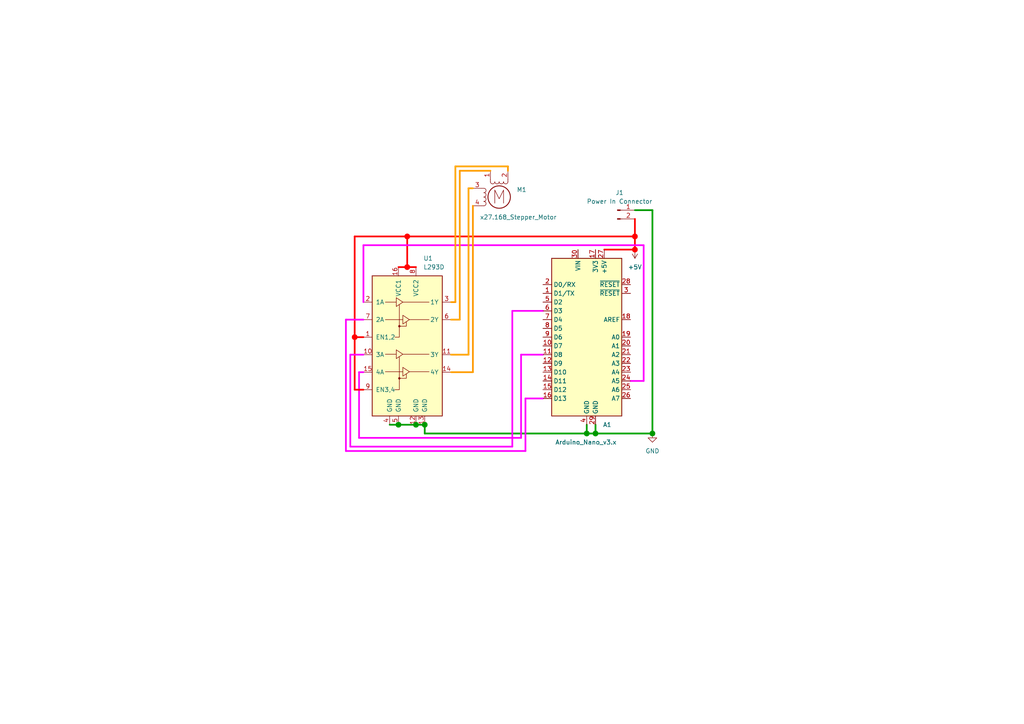
<source format=kicad_sch>
(kicad_sch
	(version 20250114)
	(generator "eeschema")
	(generator_version "9.0")
	(uuid "28ff95e6-756f-4944-821b-905f05b4c595")
	(paper "A4")
	(lib_symbols
		(symbol "Connector:Conn_01x02_Pin"
			(pin_names
				(offset 1.016)
				(hide yes)
			)
			(exclude_from_sim no)
			(in_bom yes)
			(on_board yes)
			(property "Reference" "J"
				(at 0 2.54 0)
				(effects
					(font
						(size 1.27 1.27)
					)
				)
			)
			(property "Value" "Conn_01x02_Pin"
				(at 0 -5.08 0)
				(effects
					(font
						(size 1.27 1.27)
					)
				)
			)
			(property "Footprint" ""
				(at 0 0 0)
				(effects
					(font
						(size 1.27 1.27)
					)
					(hide yes)
				)
			)
			(property "Datasheet" "~"
				(at 0 0 0)
				(effects
					(font
						(size 1.27 1.27)
					)
					(hide yes)
				)
			)
			(property "Description" "Generic connector, single row, 01x02, script generated"
				(at 0 0 0)
				(effects
					(font
						(size 1.27 1.27)
					)
					(hide yes)
				)
			)
			(property "ki_locked" ""
				(at 0 0 0)
				(effects
					(font
						(size 1.27 1.27)
					)
				)
			)
			(property "ki_keywords" "connector"
				(at 0 0 0)
				(effects
					(font
						(size 1.27 1.27)
					)
					(hide yes)
				)
			)
			(property "ki_fp_filters" "Connector*:*_1x??_*"
				(at 0 0 0)
				(effects
					(font
						(size 1.27 1.27)
					)
					(hide yes)
				)
			)
			(symbol "Conn_01x02_Pin_1_1"
				(rectangle
					(start 0.8636 0.127)
					(end 0 -0.127)
					(stroke
						(width 0.1524)
						(type default)
					)
					(fill
						(type outline)
					)
				)
				(rectangle
					(start 0.8636 -2.413)
					(end 0 -2.667)
					(stroke
						(width 0.1524)
						(type default)
					)
					(fill
						(type outline)
					)
				)
				(polyline
					(pts
						(xy 1.27 0) (xy 0.8636 0)
					)
					(stroke
						(width 0.1524)
						(type default)
					)
					(fill
						(type none)
					)
				)
				(polyline
					(pts
						(xy 1.27 -2.54) (xy 0.8636 -2.54)
					)
					(stroke
						(width 0.1524)
						(type default)
					)
					(fill
						(type none)
					)
				)
				(pin passive line
					(at 5.08 0 180)
					(length 3.81)
					(name "Pin_1"
						(effects
							(font
								(size 1.27 1.27)
							)
						)
					)
					(number "1"
						(effects
							(font
								(size 1.27 1.27)
							)
						)
					)
				)
				(pin passive line
					(at 5.08 -2.54 180)
					(length 3.81)
					(name "Pin_2"
						(effects
							(font
								(size 1.27 1.27)
							)
						)
					)
					(number "2"
						(effects
							(font
								(size 1.27 1.27)
							)
						)
					)
				)
			)
			(embedded_fonts no)
		)
		(symbol "Driver_Motor:L293D"
			(pin_names
				(offset 1.016)
			)
			(exclude_from_sim no)
			(in_bom yes)
			(on_board yes)
			(property "Reference" "U"
				(at -5.08 26.035 0)
				(effects
					(font
						(size 1.27 1.27)
					)
					(justify right)
				)
			)
			(property "Value" "L293D"
				(at -5.08 24.13 0)
				(effects
					(font
						(size 1.27 1.27)
					)
					(justify right)
				)
			)
			(property "Footprint" "Package_DIP:DIP-16_W7.62mm"
				(at 6.35 -19.05 0)
				(effects
					(font
						(size 1.27 1.27)
					)
					(justify left)
					(hide yes)
				)
			)
			(property "Datasheet" "http://www.ti.com/lit/ds/symlink/l293.pdf"
				(at -7.62 17.78 0)
				(effects
					(font
						(size 1.27 1.27)
					)
					(hide yes)
				)
			)
			(property "Description" "Quadruple Half-H Drivers"
				(at 0 0 0)
				(effects
					(font
						(size 1.27 1.27)
					)
					(hide yes)
				)
			)
			(property "ki_keywords" "Half-H Driver Motor"
				(at 0 0 0)
				(effects
					(font
						(size 1.27 1.27)
					)
					(hide yes)
				)
			)
			(property "ki_fp_filters" "DIP*W7.62mm*"
				(at 0 0 0)
				(effects
					(font
						(size 1.27 1.27)
					)
					(hide yes)
				)
			)
			(symbol "L293D_0_1"
				(rectangle
					(start -10.16 22.86)
					(end 10.16 -17.78)
					(stroke
						(width 0.254)
						(type default)
					)
					(fill
						(type background)
					)
				)
				(polyline
					(pts
						(xy -6.35 15.24) (xy -3.175 15.24)
					)
					(stroke
						(width 0)
						(type default)
					)
					(fill
						(type none)
					)
				)
				(polyline
					(pts
						(xy -6.35 10.16) (xy -1.27 10.16)
					)
					(stroke
						(width 0)
						(type default)
					)
					(fill
						(type none)
					)
				)
				(polyline
					(pts
						(xy -6.35 0.127) (xy -3.175 0.127)
					)
					(stroke
						(width 0)
						(type default)
					)
					(fill
						(type none)
					)
				)
				(polyline
					(pts
						(xy -6.35 -4.953) (xy -1.27 -4.953)
					)
					(stroke
						(width 0)
						(type default)
					)
					(fill
						(type none)
					)
				)
				(polyline
					(pts
						(xy -3.175 16.51) (xy -3.175 13.97) (xy -1.27 15.24) (xy -3.175 16.51)
					)
					(stroke
						(width 0)
						(type default)
					)
					(fill
						(type none)
					)
				)
				(polyline
					(pts
						(xy -3.175 1.397) (xy -3.175 -1.143) (xy -1.27 0.127) (xy -3.175 1.397)
					)
					(stroke
						(width 0)
						(type default)
					)
					(fill
						(type none)
					)
				)
				(polyline
					(pts
						(xy -2.286 14.478) (xy -2.286 5.08) (xy -3.556 5.08)
					)
					(stroke
						(width 0)
						(type default)
					)
					(fill
						(type none)
					)
				)
				(circle
					(center -2.286 8.255)
					(radius 0.254)
					(stroke
						(width 0)
						(type default)
					)
					(fill
						(type outline)
					)
				)
				(polyline
					(pts
						(xy -2.286 8.255) (xy -0.254 8.255) (xy -0.254 9.525)
					)
					(stroke
						(width 0)
						(type default)
					)
					(fill
						(type none)
					)
				)
				(polyline
					(pts
						(xy -2.286 -0.635) (xy -2.286 -10.16) (xy -3.556 -10.16)
					)
					(stroke
						(width 0)
						(type default)
					)
					(fill
						(type none)
					)
				)
				(circle
					(center -2.286 -6.858)
					(radius 0.254)
					(stroke
						(width 0)
						(type default)
					)
					(fill
						(type outline)
					)
				)
				(polyline
					(pts
						(xy -2.286 -6.858) (xy -0.254 -6.858) (xy -0.254 -5.588)
					)
					(stroke
						(width 0)
						(type default)
					)
					(fill
						(type none)
					)
				)
				(polyline
					(pts
						(xy -1.27 15.24) (xy 6.35 15.24)
					)
					(stroke
						(width 0)
						(type default)
					)
					(fill
						(type none)
					)
				)
				(polyline
					(pts
						(xy -1.27 11.43) (xy -1.27 8.89) (xy 0.635 10.16) (xy -1.27 11.43)
					)
					(stroke
						(width 0)
						(type default)
					)
					(fill
						(type none)
					)
				)
				(polyline
					(pts
						(xy -1.27 0.127) (xy 6.35 0.127)
					)
					(stroke
						(width 0)
						(type default)
					)
					(fill
						(type none)
					)
				)
				(polyline
					(pts
						(xy -1.27 -3.683) (xy -1.27 -6.223) (xy 0.635 -4.953) (xy -1.27 -3.683)
					)
					(stroke
						(width 0)
						(type default)
					)
					(fill
						(type none)
					)
				)
				(polyline
					(pts
						(xy 0.635 10.16) (xy 6.35 10.16)
					)
					(stroke
						(width 0)
						(type default)
					)
					(fill
						(type none)
					)
				)
				(polyline
					(pts
						(xy 0.635 -4.953) (xy 6.35 -4.953)
					)
					(stroke
						(width 0)
						(type default)
					)
					(fill
						(type none)
					)
				)
			)
			(symbol "L293D_1_1"
				(pin input line
					(at -12.7 15.24 0)
					(length 2.54)
					(name "1A"
						(effects
							(font
								(size 1.27 1.27)
							)
						)
					)
					(number "2"
						(effects
							(font
								(size 1.27 1.27)
							)
						)
					)
				)
				(pin input line
					(at -12.7 10.16 0)
					(length 2.54)
					(name "2A"
						(effects
							(font
								(size 1.27 1.27)
							)
						)
					)
					(number "7"
						(effects
							(font
								(size 1.27 1.27)
							)
						)
					)
				)
				(pin input line
					(at -12.7 5.08 0)
					(length 2.54)
					(name "EN1,2"
						(effects
							(font
								(size 1.27 1.27)
							)
						)
					)
					(number "1"
						(effects
							(font
								(size 1.27 1.27)
							)
						)
					)
				)
				(pin input line
					(at -12.7 0 0)
					(length 2.54)
					(name "3A"
						(effects
							(font
								(size 1.27 1.27)
							)
						)
					)
					(number "10"
						(effects
							(font
								(size 1.27 1.27)
							)
						)
					)
				)
				(pin input line
					(at -12.7 -5.08 0)
					(length 2.54)
					(name "4A"
						(effects
							(font
								(size 1.27 1.27)
							)
						)
					)
					(number "15"
						(effects
							(font
								(size 1.27 1.27)
							)
						)
					)
				)
				(pin input line
					(at -12.7 -10.16 0)
					(length 2.54)
					(name "EN3,4"
						(effects
							(font
								(size 1.27 1.27)
							)
						)
					)
					(number "9"
						(effects
							(font
								(size 1.27 1.27)
							)
						)
					)
				)
				(pin power_in line
					(at -5.08 -20.32 90)
					(length 2.54)
					(name "GND"
						(effects
							(font
								(size 1.27 1.27)
							)
						)
					)
					(number "4"
						(effects
							(font
								(size 1.27 1.27)
							)
						)
					)
				)
				(pin power_in line
					(at -2.54 25.4 270)
					(length 2.54)
					(name "VCC1"
						(effects
							(font
								(size 1.27 1.27)
							)
						)
					)
					(number "16"
						(effects
							(font
								(size 1.27 1.27)
							)
						)
					)
				)
				(pin power_in line
					(at -2.54 -20.32 90)
					(length 2.54)
					(name "GND"
						(effects
							(font
								(size 1.27 1.27)
							)
						)
					)
					(number "5"
						(effects
							(font
								(size 1.27 1.27)
							)
						)
					)
				)
				(pin power_in line
					(at 2.54 25.4 270)
					(length 2.54)
					(name "VCC2"
						(effects
							(font
								(size 1.27 1.27)
							)
						)
					)
					(number "8"
						(effects
							(font
								(size 1.27 1.27)
							)
						)
					)
				)
				(pin power_in line
					(at 2.54 -20.32 90)
					(length 2.54)
					(name "GND"
						(effects
							(font
								(size 1.27 1.27)
							)
						)
					)
					(number "12"
						(effects
							(font
								(size 1.27 1.27)
							)
						)
					)
				)
				(pin power_in line
					(at 5.08 -20.32 90)
					(length 2.54)
					(name "GND"
						(effects
							(font
								(size 1.27 1.27)
							)
						)
					)
					(number "13"
						(effects
							(font
								(size 1.27 1.27)
							)
						)
					)
				)
				(pin output line
					(at 12.7 15.24 180)
					(length 2.54)
					(name "1Y"
						(effects
							(font
								(size 1.27 1.27)
							)
						)
					)
					(number "3"
						(effects
							(font
								(size 1.27 1.27)
							)
						)
					)
				)
				(pin output line
					(at 12.7 10.16 180)
					(length 2.54)
					(name "2Y"
						(effects
							(font
								(size 1.27 1.27)
							)
						)
					)
					(number "6"
						(effects
							(font
								(size 1.27 1.27)
							)
						)
					)
				)
				(pin output line
					(at 12.7 0 180)
					(length 2.54)
					(name "3Y"
						(effects
							(font
								(size 1.27 1.27)
							)
						)
					)
					(number "11"
						(effects
							(font
								(size 1.27 1.27)
							)
						)
					)
				)
				(pin output line
					(at 12.7 -5.08 180)
					(length 2.54)
					(name "4Y"
						(effects
							(font
								(size 1.27 1.27)
							)
						)
					)
					(number "14"
						(effects
							(font
								(size 1.27 1.27)
							)
						)
					)
				)
			)
			(embedded_fonts no)
		)
		(symbol "MCU_Module:Arduino_Nano_v3.x"
			(exclude_from_sim no)
			(in_bom yes)
			(on_board yes)
			(property "Reference" "A"
				(at -10.16 23.495 0)
				(effects
					(font
						(size 1.27 1.27)
					)
					(justify left bottom)
				)
			)
			(property "Value" "Arduino_Nano_v3.x"
				(at 5.08 -24.13 0)
				(effects
					(font
						(size 1.27 1.27)
					)
					(justify left top)
				)
			)
			(property "Footprint" "Module:Arduino_Nano"
				(at 0 0 0)
				(effects
					(font
						(size 1.27 1.27)
						(italic yes)
					)
					(hide yes)
				)
			)
			(property "Datasheet" "http://www.mouser.com/pdfdocs/Gravitech_Arduino_Nano3_0.pdf"
				(at 0 0 0)
				(effects
					(font
						(size 1.27 1.27)
					)
					(hide yes)
				)
			)
			(property "Description" "Arduino Nano v3.x"
				(at 0 0 0)
				(effects
					(font
						(size 1.27 1.27)
					)
					(hide yes)
				)
			)
			(property "ki_keywords" "Arduino nano microcontroller module USB"
				(at 0 0 0)
				(effects
					(font
						(size 1.27 1.27)
					)
					(hide yes)
				)
			)
			(property "ki_fp_filters" "Arduino*Nano*"
				(at 0 0 0)
				(effects
					(font
						(size 1.27 1.27)
					)
					(hide yes)
				)
			)
			(symbol "Arduino_Nano_v3.x_0_1"
				(rectangle
					(start -10.16 22.86)
					(end 10.16 -22.86)
					(stroke
						(width 0.254)
						(type default)
					)
					(fill
						(type background)
					)
				)
			)
			(symbol "Arduino_Nano_v3.x_1_1"
				(pin bidirectional line
					(at -12.7 15.24 0)
					(length 2.54)
					(name "D0/RX"
						(effects
							(font
								(size 1.27 1.27)
							)
						)
					)
					(number "2"
						(effects
							(font
								(size 1.27 1.27)
							)
						)
					)
				)
				(pin bidirectional line
					(at -12.7 12.7 0)
					(length 2.54)
					(name "D1/TX"
						(effects
							(font
								(size 1.27 1.27)
							)
						)
					)
					(number "1"
						(effects
							(font
								(size 1.27 1.27)
							)
						)
					)
				)
				(pin bidirectional line
					(at -12.7 10.16 0)
					(length 2.54)
					(name "D2"
						(effects
							(font
								(size 1.27 1.27)
							)
						)
					)
					(number "5"
						(effects
							(font
								(size 1.27 1.27)
							)
						)
					)
				)
				(pin bidirectional line
					(at -12.7 7.62 0)
					(length 2.54)
					(name "D3"
						(effects
							(font
								(size 1.27 1.27)
							)
						)
					)
					(number "6"
						(effects
							(font
								(size 1.27 1.27)
							)
						)
					)
				)
				(pin bidirectional line
					(at -12.7 5.08 0)
					(length 2.54)
					(name "D4"
						(effects
							(font
								(size 1.27 1.27)
							)
						)
					)
					(number "7"
						(effects
							(font
								(size 1.27 1.27)
							)
						)
					)
				)
				(pin bidirectional line
					(at -12.7 2.54 0)
					(length 2.54)
					(name "D5"
						(effects
							(font
								(size 1.27 1.27)
							)
						)
					)
					(number "8"
						(effects
							(font
								(size 1.27 1.27)
							)
						)
					)
				)
				(pin bidirectional line
					(at -12.7 0 0)
					(length 2.54)
					(name "D6"
						(effects
							(font
								(size 1.27 1.27)
							)
						)
					)
					(number "9"
						(effects
							(font
								(size 1.27 1.27)
							)
						)
					)
				)
				(pin bidirectional line
					(at -12.7 -2.54 0)
					(length 2.54)
					(name "D7"
						(effects
							(font
								(size 1.27 1.27)
							)
						)
					)
					(number "10"
						(effects
							(font
								(size 1.27 1.27)
							)
						)
					)
				)
				(pin bidirectional line
					(at -12.7 -5.08 0)
					(length 2.54)
					(name "D8"
						(effects
							(font
								(size 1.27 1.27)
							)
						)
					)
					(number "11"
						(effects
							(font
								(size 1.27 1.27)
							)
						)
					)
				)
				(pin bidirectional line
					(at -12.7 -7.62 0)
					(length 2.54)
					(name "D9"
						(effects
							(font
								(size 1.27 1.27)
							)
						)
					)
					(number "12"
						(effects
							(font
								(size 1.27 1.27)
							)
						)
					)
				)
				(pin bidirectional line
					(at -12.7 -10.16 0)
					(length 2.54)
					(name "D10"
						(effects
							(font
								(size 1.27 1.27)
							)
						)
					)
					(number "13"
						(effects
							(font
								(size 1.27 1.27)
							)
						)
					)
				)
				(pin bidirectional line
					(at -12.7 -12.7 0)
					(length 2.54)
					(name "D11"
						(effects
							(font
								(size 1.27 1.27)
							)
						)
					)
					(number "14"
						(effects
							(font
								(size 1.27 1.27)
							)
						)
					)
				)
				(pin bidirectional line
					(at -12.7 -15.24 0)
					(length 2.54)
					(name "D12"
						(effects
							(font
								(size 1.27 1.27)
							)
						)
					)
					(number "15"
						(effects
							(font
								(size 1.27 1.27)
							)
						)
					)
				)
				(pin bidirectional line
					(at -12.7 -17.78 0)
					(length 2.54)
					(name "D13"
						(effects
							(font
								(size 1.27 1.27)
							)
						)
					)
					(number "16"
						(effects
							(font
								(size 1.27 1.27)
							)
						)
					)
				)
				(pin power_in line
					(at -2.54 25.4 270)
					(length 2.54)
					(name "VIN"
						(effects
							(font
								(size 1.27 1.27)
							)
						)
					)
					(number "30"
						(effects
							(font
								(size 1.27 1.27)
							)
						)
					)
				)
				(pin power_in line
					(at 0 -25.4 90)
					(length 2.54)
					(name "GND"
						(effects
							(font
								(size 1.27 1.27)
							)
						)
					)
					(number "4"
						(effects
							(font
								(size 1.27 1.27)
							)
						)
					)
				)
				(pin power_out line
					(at 2.54 25.4 270)
					(length 2.54)
					(name "3V3"
						(effects
							(font
								(size 1.27 1.27)
							)
						)
					)
					(number "17"
						(effects
							(font
								(size 1.27 1.27)
							)
						)
					)
				)
				(pin power_in line
					(at 2.54 -25.4 90)
					(length 2.54)
					(name "GND"
						(effects
							(font
								(size 1.27 1.27)
							)
						)
					)
					(number "29"
						(effects
							(font
								(size 1.27 1.27)
							)
						)
					)
				)
				(pin power_out line
					(at 5.08 25.4 270)
					(length 2.54)
					(name "+5V"
						(effects
							(font
								(size 1.27 1.27)
							)
						)
					)
					(number "27"
						(effects
							(font
								(size 1.27 1.27)
							)
						)
					)
				)
				(pin input line
					(at 12.7 15.24 180)
					(length 2.54)
					(name "~{RESET}"
						(effects
							(font
								(size 1.27 1.27)
							)
						)
					)
					(number "28"
						(effects
							(font
								(size 1.27 1.27)
							)
						)
					)
				)
				(pin input line
					(at 12.7 12.7 180)
					(length 2.54)
					(name "~{RESET}"
						(effects
							(font
								(size 1.27 1.27)
							)
						)
					)
					(number "3"
						(effects
							(font
								(size 1.27 1.27)
							)
						)
					)
				)
				(pin input line
					(at 12.7 5.08 180)
					(length 2.54)
					(name "AREF"
						(effects
							(font
								(size 1.27 1.27)
							)
						)
					)
					(number "18"
						(effects
							(font
								(size 1.27 1.27)
							)
						)
					)
				)
				(pin bidirectional line
					(at 12.7 0 180)
					(length 2.54)
					(name "A0"
						(effects
							(font
								(size 1.27 1.27)
							)
						)
					)
					(number "19"
						(effects
							(font
								(size 1.27 1.27)
							)
						)
					)
				)
				(pin bidirectional line
					(at 12.7 -2.54 180)
					(length 2.54)
					(name "A1"
						(effects
							(font
								(size 1.27 1.27)
							)
						)
					)
					(number "20"
						(effects
							(font
								(size 1.27 1.27)
							)
						)
					)
				)
				(pin bidirectional line
					(at 12.7 -5.08 180)
					(length 2.54)
					(name "A2"
						(effects
							(font
								(size 1.27 1.27)
							)
						)
					)
					(number "21"
						(effects
							(font
								(size 1.27 1.27)
							)
						)
					)
				)
				(pin bidirectional line
					(at 12.7 -7.62 180)
					(length 2.54)
					(name "A3"
						(effects
							(font
								(size 1.27 1.27)
							)
						)
					)
					(number "22"
						(effects
							(font
								(size 1.27 1.27)
							)
						)
					)
				)
				(pin bidirectional line
					(at 12.7 -10.16 180)
					(length 2.54)
					(name "A4"
						(effects
							(font
								(size 1.27 1.27)
							)
						)
					)
					(number "23"
						(effects
							(font
								(size 1.27 1.27)
							)
						)
					)
				)
				(pin bidirectional line
					(at 12.7 -12.7 180)
					(length 2.54)
					(name "A5"
						(effects
							(font
								(size 1.27 1.27)
							)
						)
					)
					(number "24"
						(effects
							(font
								(size 1.27 1.27)
							)
						)
					)
				)
				(pin bidirectional line
					(at 12.7 -15.24 180)
					(length 2.54)
					(name "A6"
						(effects
							(font
								(size 1.27 1.27)
							)
						)
					)
					(number "25"
						(effects
							(font
								(size 1.27 1.27)
							)
						)
					)
				)
				(pin bidirectional line
					(at 12.7 -17.78 180)
					(length 2.54)
					(name "A7"
						(effects
							(font
								(size 1.27 1.27)
							)
						)
					)
					(number "26"
						(effects
							(font
								(size 1.27 1.27)
							)
						)
					)
				)
			)
			(embedded_fonts no)
		)
		(symbol "Motor:Stepper_Motor_bipolar"
			(pin_names
				(offset 0)
				(hide yes)
			)
			(exclude_from_sim no)
			(in_bom yes)
			(on_board yes)
			(property "Reference" "M"
				(at 3.81 2.54 0)
				(effects
					(font
						(size 1.27 1.27)
					)
					(justify left)
				)
			)
			(property "Value" "Stepper_Motor_bipolar"
				(at 3.81 1.27 0)
				(effects
					(font
						(size 1.27 1.27)
					)
					(justify left top)
				)
			)
			(property "Footprint" ""
				(at 0.254 -0.254 0)
				(effects
					(font
						(size 1.27 1.27)
					)
					(hide yes)
				)
			)
			(property "Datasheet" "http://www.infineon.com/dgdl/Application-Note-TLE8110EE_driving_UniPolarStepperMotor_V1.1.pdf?fileId=db3a30431be39b97011be5d0aa0a00b0"
				(at 0.254 -0.254 0)
				(effects
					(font
						(size 1.27 1.27)
					)
					(hide yes)
				)
			)
			(property "Description" "4-wire bipolar stepper motor"
				(at 0 0 0)
				(effects
					(font
						(size 1.27 1.27)
					)
					(hide yes)
				)
			)
			(property "ki_keywords" "bipolar stepper motor"
				(at 0 0 0)
				(effects
					(font
						(size 1.27 1.27)
					)
					(hide yes)
				)
			)
			(property "ki_fp_filters" "PinHeader*P2.54mm*Vertical* TerminalBlock* Motor*"
				(at 0 0 0)
				(effects
					(font
						(size 1.27 1.27)
					)
					(hide yes)
				)
			)
			(symbol "Stepper_Motor_bipolar_0_0"
				(polyline
					(pts
						(xy -1.27 -1.778) (xy -1.27 2.032) (xy 0 -0.508) (xy 1.27 2.032) (xy 1.27 -1.778)
					)
					(stroke
						(width 0)
						(type default)
					)
					(fill
						(type none)
					)
				)
			)
			(symbol "Stepper_Motor_bipolar_0_1"
				(polyline
					(pts
						(xy -5.08 2.54) (xy -4.445 2.54)
					)
					(stroke
						(width 0)
						(type default)
					)
					(fill
						(type none)
					)
				)
				(polyline
					(pts
						(xy -5.08 -2.54) (xy -4.445 -2.54)
					)
					(stroke
						(width 0)
						(type default)
					)
					(fill
						(type none)
					)
				)
				(arc
					(start -4.445 2.54)
					(mid -3.8127 1.905)
					(end -4.445 1.27)
					(stroke
						(width 0)
						(type default)
					)
					(fill
						(type none)
					)
				)
				(arc
					(start -4.445 1.27)
					(mid -3.8127 0.635)
					(end -4.445 0)
					(stroke
						(width 0)
						(type default)
					)
					(fill
						(type none)
					)
				)
				(arc
					(start -4.445 0)
					(mid -3.8127 -0.635)
					(end -4.445 -1.27)
					(stroke
						(width 0)
						(type default)
					)
					(fill
						(type none)
					)
				)
				(arc
					(start -4.445 -1.27)
					(mid -3.8127 -1.905)
					(end -4.445 -2.54)
					(stroke
						(width 0)
						(type default)
					)
					(fill
						(type none)
					)
				)
				(polyline
					(pts
						(xy -2.54 5.08) (xy -2.54 4.445)
					)
					(stroke
						(width 0)
						(type default)
					)
					(fill
						(type none)
					)
				)
				(arc
					(start -1.27 4.445)
					(mid -1.905 3.8127)
					(end -2.54 4.445)
					(stroke
						(width 0)
						(type default)
					)
					(fill
						(type none)
					)
				)
				(arc
					(start 0 4.445)
					(mid -0.635 3.8127)
					(end -1.27 4.445)
					(stroke
						(width 0)
						(type default)
					)
					(fill
						(type none)
					)
				)
				(circle
					(center 0 0)
					(radius 3.2512)
					(stroke
						(width 0.254)
						(type default)
					)
					(fill
						(type none)
					)
				)
				(arc
					(start 1.27 4.445)
					(mid 0.635 3.8127)
					(end 0 4.445)
					(stroke
						(width 0)
						(type default)
					)
					(fill
						(type none)
					)
				)
				(arc
					(start 2.54 4.445)
					(mid 1.905 3.8127)
					(end 1.27 4.445)
					(stroke
						(width 0)
						(type default)
					)
					(fill
						(type none)
					)
				)
				(polyline
					(pts
						(xy 2.54 5.08) (xy 2.54 4.445)
					)
					(stroke
						(width 0)
						(type default)
					)
					(fill
						(type none)
					)
				)
			)
			(symbol "Stepper_Motor_bipolar_1_1"
				(pin passive line
					(at -7.62 2.54 0)
					(length 2.54)
					(name "~"
						(effects
							(font
								(size 1.27 1.27)
							)
						)
					)
					(number "3"
						(effects
							(font
								(size 1.27 1.27)
							)
						)
					)
				)
				(pin passive line
					(at -7.62 -2.54 0)
					(length 2.54)
					(name "~"
						(effects
							(font
								(size 1.27 1.27)
							)
						)
					)
					(number "4"
						(effects
							(font
								(size 1.27 1.27)
							)
						)
					)
				)
				(pin passive line
					(at -2.54 7.62 270)
					(length 2.54)
					(name "~"
						(effects
							(font
								(size 1.27 1.27)
							)
						)
					)
					(number "1"
						(effects
							(font
								(size 1.27 1.27)
							)
						)
					)
				)
				(pin passive line
					(at 2.54 7.62 270)
					(length 2.54)
					(name "-"
						(effects
							(font
								(size 1.27 1.27)
							)
						)
					)
					(number "2"
						(effects
							(font
								(size 1.27 1.27)
							)
						)
					)
				)
			)
			(embedded_fonts no)
		)
		(symbol "power:+5V"
			(power)
			(pin_numbers
				(hide yes)
			)
			(pin_names
				(offset 0)
				(hide yes)
			)
			(exclude_from_sim no)
			(in_bom yes)
			(on_board yes)
			(property "Reference" "#PWR"
				(at 0 -3.81 0)
				(effects
					(font
						(size 1.27 1.27)
					)
					(hide yes)
				)
			)
			(property "Value" "+5V"
				(at 0 3.556 0)
				(effects
					(font
						(size 1.27 1.27)
					)
				)
			)
			(property "Footprint" ""
				(at 0 0 0)
				(effects
					(font
						(size 1.27 1.27)
					)
					(hide yes)
				)
			)
			(property "Datasheet" ""
				(at 0 0 0)
				(effects
					(font
						(size 1.27 1.27)
					)
					(hide yes)
				)
			)
			(property "Description" "Power symbol creates a global label with name \"+5V\""
				(at 0 0 0)
				(effects
					(font
						(size 1.27 1.27)
					)
					(hide yes)
				)
			)
			(property "ki_keywords" "global power"
				(at 0 0 0)
				(effects
					(font
						(size 1.27 1.27)
					)
					(hide yes)
				)
			)
			(symbol "+5V_0_1"
				(polyline
					(pts
						(xy -0.762 1.27) (xy 0 2.54)
					)
					(stroke
						(width 0)
						(type default)
					)
					(fill
						(type none)
					)
				)
				(polyline
					(pts
						(xy 0 2.54) (xy 0.762 1.27)
					)
					(stroke
						(width 0)
						(type default)
					)
					(fill
						(type none)
					)
				)
				(polyline
					(pts
						(xy 0 0) (xy 0 2.54)
					)
					(stroke
						(width 0)
						(type default)
					)
					(fill
						(type none)
					)
				)
			)
			(symbol "+5V_1_1"
				(pin power_in line
					(at 0 0 90)
					(length 0)
					(name "~"
						(effects
							(font
								(size 1.27 1.27)
							)
						)
					)
					(number "1"
						(effects
							(font
								(size 1.27 1.27)
							)
						)
					)
				)
			)
			(embedded_fonts no)
		)
		(symbol "power:GND"
			(power)
			(pin_numbers
				(hide yes)
			)
			(pin_names
				(offset 0)
				(hide yes)
			)
			(exclude_from_sim no)
			(in_bom yes)
			(on_board yes)
			(property "Reference" "#PWR"
				(at 0 -6.35 0)
				(effects
					(font
						(size 1.27 1.27)
					)
					(hide yes)
				)
			)
			(property "Value" "GND"
				(at 0 -3.81 0)
				(effects
					(font
						(size 1.27 1.27)
					)
				)
			)
			(property "Footprint" ""
				(at 0 0 0)
				(effects
					(font
						(size 1.27 1.27)
					)
					(hide yes)
				)
			)
			(property "Datasheet" ""
				(at 0 0 0)
				(effects
					(font
						(size 1.27 1.27)
					)
					(hide yes)
				)
			)
			(property "Description" "Power symbol creates a global label with name \"GND\" , ground"
				(at 0 0 0)
				(effects
					(font
						(size 1.27 1.27)
					)
					(hide yes)
				)
			)
			(property "ki_keywords" "global power"
				(at 0 0 0)
				(effects
					(font
						(size 1.27 1.27)
					)
					(hide yes)
				)
			)
			(symbol "GND_0_1"
				(polyline
					(pts
						(xy 0 0) (xy 0 -1.27) (xy 1.27 -1.27) (xy 0 -2.54) (xy -1.27 -1.27) (xy 0 -1.27)
					)
					(stroke
						(width 0)
						(type default)
					)
					(fill
						(type none)
					)
				)
			)
			(symbol "GND_1_1"
				(pin power_in line
					(at 0 0 270)
					(length 0)
					(name "~"
						(effects
							(font
								(size 1.27 1.27)
							)
						)
					)
					(number "1"
						(effects
							(font
								(size 1.27 1.27)
							)
						)
					)
				)
			)
			(embedded_fonts no)
		)
	)
	(junction
		(at 184.15 72.39)
		(diameter 1.5)
		(color 255 0 0 1)
		(uuid "3120955f-a3d6-466f-950e-23433974cc7b")
	)
	(junction
		(at 118.11 77.47)
		(diameter 1.5)
		(color 255 0 0 1)
		(uuid "3b4eee39-33d1-41a6-bdf9-a52450e76bf6")
	)
	(junction
		(at 115.57 123.19)
		(diameter 1.5)
		(color 0 0 0 0)
		(uuid "527ca8e4-843d-4a85-831d-83b85de41e05")
	)
	(junction
		(at 120.65 123.19)
		(diameter 1.5)
		(color 0 0 0 0)
		(uuid "67524569-59b4-4a00-a3ac-c4dfe4b7c74b")
	)
	(junction
		(at 118.11 68.58)
		(diameter 1.5)
		(color 255 0 0 1)
		(uuid "9f0d01bd-cbdd-4c84-8c5e-c9961b0368e6")
	)
	(junction
		(at 189.23 125.73)
		(diameter 1.5)
		(color 0 0 0 0)
		(uuid "a124f197-c07c-4ca4-92f7-14c2de4ae9bc")
	)
	(junction
		(at 184.15 68.58)
		(diameter 1.5)
		(color 255 0 0 1)
		(uuid "c213d307-ce90-4492-a9a4-57a161323c77")
	)
	(junction
		(at 170.18 125.73)
		(diameter 1.5)
		(color 0 0 0 0)
		(uuid "c5cd54c7-0a39-44a1-bb93-6c5fe43af076")
	)
	(junction
		(at 123.19 123.19)
		(diameter 1.5)
		(color 0 0 0 0)
		(uuid "e13bca12-2c93-4be5-af23-e71f46386c9f")
	)
	(junction
		(at 172.72 125.73)
		(diameter 1.5)
		(color 0 0 0 0)
		(uuid "e219921d-d9f5-454b-af8e-8c418be4b883")
	)
	(junction
		(at 102.87 97.79)
		(diameter 1.5)
		(color 255 0 0 1)
		(uuid "f958b031-9098-4489-8924-a98458a85c2f")
	)
	(wire
		(pts
			(xy 148.59 90.17) (xy 148.59 129.54)
		)
		(stroke
			(width 0.5)
			(type default)
			(color 255 0 255 1)
		)
		(uuid "000f0a59-9bfb-4c7d-bb45-ea3a32b0ad30")
	)
	(wire
		(pts
			(xy 170.18 125.73) (xy 123.19 125.73)
		)
		(stroke
			(width 0.5)
			(type default)
		)
		(uuid "028e282e-5cf5-45f2-994e-5ac14244bc4c")
	)
	(wire
		(pts
			(xy 132.08 48.26) (xy 132.08 87.63)
		)
		(stroke
			(width 0.5)
			(type default)
			(color 255 153 0 1)
		)
		(uuid "08937e1f-1956-44d6-8f15-dae1d37ba423")
	)
	(wire
		(pts
			(xy 113.03 123.19) (xy 115.57 123.19)
		)
		(stroke
			(width 0.5)
			(type default)
		)
		(uuid "1de40e40-2394-4fef-84ea-f9a7276d3e8b")
	)
	(wire
		(pts
			(xy 104.14 127) (xy 104.14 107.95)
		)
		(stroke
			(width 0.5)
			(type default)
			(color 255 0 255 1)
		)
		(uuid "20c90b49-0bf8-46ea-a829-e78661ab32cc")
	)
	(wire
		(pts
			(xy 189.23 60.96) (xy 184.15 60.96)
		)
		(stroke
			(width 0.5)
			(type default)
		)
		(uuid "2bbdd6ab-3213-4f0f-8b3c-07f424a4f206")
	)
	(wire
		(pts
			(xy 105.41 87.63) (xy 105.41 71.12)
		)
		(stroke
			(width 0.5)
			(type default)
			(color 255 0 255 1)
		)
		(uuid "2cc7ec84-bad6-4b6f-8b49-005a426d32d9")
	)
	(wire
		(pts
			(xy 133.35 49.53) (xy 142.24 49.53)
		)
		(stroke
			(width 0.5)
			(type default)
			(color 255 153 0 1)
		)
		(uuid "3c29ce45-d96b-4365-8d87-58ed866ffacc")
	)
	(wire
		(pts
			(xy 132.08 48.26) (xy 147.32 48.26)
		)
		(stroke
			(width 0.5)
			(type default)
			(color 255 153 0 1)
		)
		(uuid "3d31d8b8-1d78-47dd-bab2-86b02faa2735")
	)
	(wire
		(pts
			(xy 157.48 102.87) (xy 151.13 102.87)
		)
		(stroke
			(width 0.5)
			(type default)
			(color 255 0 255 1)
		)
		(uuid "3f8c30fa-693d-4ee5-9f89-2bae642291a6")
	)
	(wire
		(pts
			(xy 133.35 49.53) (xy 133.35 92.71)
		)
		(stroke
			(width 0.5)
			(type default)
			(color 255 153 0 1)
		)
		(uuid "47112996-5013-49d6-b437-cff19c96e4fa")
	)
	(wire
		(pts
			(xy 102.87 113.03) (xy 105.41 113.03)
		)
		(stroke
			(width 0.5)
			(type default)
			(color 255 0 0 1)
		)
		(uuid "4afd98b4-06ed-4817-8146-404826f9e257")
	)
	(wire
		(pts
			(xy 102.87 68.58) (xy 102.87 97.79)
		)
		(stroke
			(width 0.5)
			(type default)
			(color 255 0 0 1)
		)
		(uuid "4b1ee0a6-2d40-42f1-9356-3c86da24bdf4")
	)
	(wire
		(pts
			(xy 115.57 77.47) (xy 118.11 77.47)
		)
		(stroke
			(width 0.5)
			(type default)
			(color 255 0 0 1)
		)
		(uuid "4bec63ba-23f1-48a8-908e-1e9147cd3d56")
	)
	(wire
		(pts
			(xy 184.15 68.58) (xy 184.15 72.39)
		)
		(stroke
			(width 0.5)
			(type default)
			(color 255 0 0 1)
		)
		(uuid "4c930307-28ef-41cd-928d-87930a4fb52b")
	)
	(wire
		(pts
			(xy 170.18 125.73) (xy 170.18 123.19)
		)
		(stroke
			(width 0.5)
			(type default)
		)
		(uuid "51d7303e-62c2-4dbc-97c4-aee288adec77")
	)
	(wire
		(pts
			(xy 104.14 107.95) (xy 105.41 107.95)
		)
		(stroke
			(width 0.5)
			(type default)
			(color 255 0 255 1)
		)
		(uuid "616a99de-babf-4a84-a0ee-9ed061d64019")
	)
	(wire
		(pts
			(xy 102.87 97.79) (xy 102.87 113.03)
		)
		(stroke
			(width 0.5)
			(type default)
			(color 255 0 0 1)
		)
		(uuid "656288ff-a6b2-4deb-9e55-0fa0cfac2fc8")
	)
	(wire
		(pts
			(xy 120.65 123.19) (xy 123.19 123.19)
		)
		(stroke
			(width 0.5)
			(type default)
		)
		(uuid "6a6dfb6e-1c56-4fb9-8cb9-e3447838894d")
	)
	(wire
		(pts
			(xy 102.87 97.79) (xy 105.41 97.79)
		)
		(stroke
			(width 0.5)
			(type default)
			(color 255 0 0 1)
		)
		(uuid "6d37807c-072e-4f88-8e4e-0b89981861f9")
	)
	(wire
		(pts
			(xy 100.33 130.81) (xy 100.33 92.71)
		)
		(stroke
			(width 0.5)
			(type default)
			(color 255 0 255 1)
		)
		(uuid "7acae156-1cb8-409b-994a-ac80aab7268d")
	)
	(wire
		(pts
			(xy 135.89 102.87) (xy 130.81 102.87)
		)
		(stroke
			(width 0.5)
			(type default)
			(color 255 153 0 1)
		)
		(uuid "7b25db2a-e83e-4232-b77d-722a558769ce")
	)
	(wire
		(pts
			(xy 118.11 68.58) (xy 102.87 68.58)
		)
		(stroke
			(width 0.5)
			(type default)
			(color 255 0 0 1)
		)
		(uuid "7d96c95b-9bd4-4b25-8a91-0bc8a529690d")
	)
	(wire
		(pts
			(xy 184.15 63.5) (xy 184.15 68.58)
		)
		(stroke
			(width 0.5)
			(type default)
			(color 255 0 0 1)
		)
		(uuid "7e441a56-5263-4265-9214-e2a160383a6c")
	)
	(wire
		(pts
			(xy 152.4 130.81) (xy 100.33 130.81)
		)
		(stroke
			(width 0.5)
			(type default)
			(color 255 0 255 1)
		)
		(uuid "808f86b3-ed7e-4ae3-a960-82a388535b21")
	)
	(wire
		(pts
			(xy 172.72 125.73) (xy 172.72 123.19)
		)
		(stroke
			(width 0.5)
			(type default)
		)
		(uuid "81465f13-16dc-4b24-9aa9-fbcd84f20d51")
	)
	(wire
		(pts
			(xy 152.4 115.57) (xy 157.48 115.57)
		)
		(stroke
			(width 0.5)
			(type default)
			(color 255 0 255 1)
		)
		(uuid "881d274e-cd69-4221-af74-9eef9dff0745")
	)
	(wire
		(pts
			(xy 170.18 125.73) (xy 172.72 125.73)
		)
		(stroke
			(width 0.5)
			(type default)
		)
		(uuid "88826a2f-899b-48b3-a949-011ca3db7bd2")
	)
	(wire
		(pts
			(xy 184.15 68.58) (xy 118.11 68.58)
		)
		(stroke
			(width 0.5)
			(type default)
			(color 255 0 0 1)
		)
		(uuid "88e8823c-4937-430b-b700-a337c6f77304")
	)
	(wire
		(pts
			(xy 115.57 123.19) (xy 120.65 123.19)
		)
		(stroke
			(width 0.5)
			(type default)
		)
		(uuid "8c4ed620-719c-439f-9e14-d44684cf5f93")
	)
	(wire
		(pts
			(xy 105.41 71.12) (xy 186.69 71.12)
		)
		(stroke
			(width 0.5)
			(type default)
			(color 255 0 255 1)
		)
		(uuid "8ffc3ffb-d743-4e67-ac86-9a6a2c1a058f")
	)
	(wire
		(pts
			(xy 152.4 115.57) (xy 152.4 130.81)
		)
		(stroke
			(width 0.5)
			(type default)
			(color 255 0 255 1)
		)
		(uuid "9cb8054f-6bdb-44cd-ac2d-1e28f5724f21")
	)
	(wire
		(pts
			(xy 151.13 127) (xy 104.14 127)
		)
		(stroke
			(width 0.5)
			(type default)
			(color 255 0 255 1)
		)
		(uuid "9d00dfe4-ca46-47f1-bb42-5e38f4b3e053")
	)
	(wire
		(pts
			(xy 101.6 129.54) (xy 101.6 102.87)
		)
		(stroke
			(width 0.5)
			(type default)
			(color 255 0 255 1)
		)
		(uuid "9eb88782-76e2-4c3a-a786-118264245188")
	)
	(wire
		(pts
			(xy 151.13 102.87) (xy 151.13 127)
		)
		(stroke
			(width 0.5)
			(type default)
			(color 255 0 255 1)
		)
		(uuid "9edfcdf6-ffed-43d0-a772-226bcb4bf952")
	)
	(wire
		(pts
			(xy 118.11 77.47) (xy 120.65 77.47)
		)
		(stroke
			(width 0.5)
			(type default)
			(color 255 0 0 1)
		)
		(uuid "9f322de1-ee36-47e7-9304-aabaffbd0bae")
	)
	(wire
		(pts
			(xy 189.23 125.73) (xy 172.72 125.73)
		)
		(stroke
			(width 0.5)
			(type default)
		)
		(uuid "9ff383c6-175f-44e2-a88c-3d7e6a0d8c94")
	)
	(wire
		(pts
			(xy 118.11 68.58) (xy 118.11 77.47)
		)
		(stroke
			(width 0.5)
			(type default)
			(color 255 0 0 1)
		)
		(uuid "a9d6629b-ff2e-4b5c-9cf9-aa87363560de")
	)
	(wire
		(pts
			(xy 157.48 90.17) (xy 148.59 90.17)
		)
		(stroke
			(width 0.5)
			(type default)
			(color 255 0 255 1)
		)
		(uuid "b16541f3-fd7f-41ea-92ec-afd5647e68f6")
	)
	(wire
		(pts
			(xy 186.69 71.12) (xy 186.69 110.49)
		)
		(stroke
			(width 0.5)
			(type default)
			(color 255 0 255 1)
		)
		(uuid "b72ad7c1-e577-4c52-bea8-b864954aa5d1")
	)
	(wire
		(pts
			(xy 148.59 129.54) (xy 101.6 129.54)
		)
		(stroke
			(width 0.5)
			(type default)
			(color 255 0 255 1)
		)
		(uuid "b9d19421-33b8-4dac-8744-70b1cb245ab8")
	)
	(wire
		(pts
			(xy 137.16 107.95) (xy 130.81 107.95)
		)
		(stroke
			(width 0.5)
			(type default)
			(color 255 153 0 1)
		)
		(uuid "bc489032-c6d3-4843-a1dc-87da5830db20")
	)
	(wire
		(pts
			(xy 133.35 92.71) (xy 130.81 92.71)
		)
		(stroke
			(width 0.5)
			(type default)
			(color 255 153 0 1)
		)
		(uuid "c5643ca7-cd93-4ec8-b3fe-d3a6580423b7")
	)
	(wire
		(pts
			(xy 132.08 87.63) (xy 130.81 87.63)
		)
		(stroke
			(width 0.5)
			(type default)
			(color 255 153 0 1)
		)
		(uuid "c9b77eb2-a2eb-41b6-b035-9c1a4265648d")
	)
	(wire
		(pts
			(xy 101.6 102.87) (xy 105.41 102.87)
		)
		(stroke
			(width 0.5)
			(type default)
			(color 255 0 255 1)
		)
		(uuid "c9b794e0-f63f-4d03-865e-dffe5d3db79f")
	)
	(wire
		(pts
			(xy 137.16 59.69) (xy 137.16 107.95)
		)
		(stroke
			(width 0.5)
			(type default)
			(color 255 153 0 1)
		)
		(uuid "d1efe58e-3863-4d25-bc59-484b551ad919")
	)
	(wire
		(pts
			(xy 100.33 92.71) (xy 105.41 92.71)
		)
		(stroke
			(width 0.5)
			(type default)
			(color 255 0 255 1)
		)
		(uuid "e20ecab1-1b44-4f04-8e8c-baa720314570")
	)
	(wire
		(pts
			(xy 147.32 48.26) (xy 147.32 49.53)
		)
		(stroke
			(width 0.5)
			(type default)
			(color 255 153 0 1)
		)
		(uuid "e7904eb2-4f29-4d6b-bd4c-d233d5c4bd82")
	)
	(wire
		(pts
			(xy 123.19 125.73) (xy 123.19 123.19)
		)
		(stroke
			(width 0.5)
			(type default)
		)
		(uuid "ed296b10-1a9c-4e58-a629-162b46cbd05b")
	)
	(wire
		(pts
			(xy 189.23 60.96) (xy 189.23 125.73)
		)
		(stroke
			(width 0.5)
			(type default)
		)
		(uuid "f1ce949f-1be1-4826-bd38-84a42e0e6f40")
	)
	(wire
		(pts
			(xy 184.15 72.39) (xy 175.26 72.39)
		)
		(stroke
			(width 0.5)
			(type default)
			(color 255 0 0 1)
		)
		(uuid "f55403d2-a459-4d05-9d14-5bd2e57892a7")
	)
	(wire
		(pts
			(xy 135.89 54.61) (xy 137.16 54.61)
		)
		(stroke
			(width 0.5)
			(type default)
			(color 255 153 0 1)
		)
		(uuid "f8f24e88-997a-497e-ab6c-199cb0f07887")
	)
	(wire
		(pts
			(xy 186.69 110.49) (xy 182.88 110.49)
		)
		(stroke
			(width 0.5)
			(type default)
			(color 255 0 255 1)
		)
		(uuid "fbc718e0-617a-43f1-8fe2-4bd025375b05")
	)
	(wire
		(pts
			(xy 135.89 54.61) (xy 135.89 102.87)
		)
		(stroke
			(width 0.5)
			(type default)
			(color 255 153 0 1)
		)
		(uuid "fdef7a72-d283-43d5-b5c2-9c37e865e4fa")
	)
	(symbol
		(lib_id "MCU_Module:Arduino_Nano_v3.x")
		(at 170.18 97.79 0)
		(unit 1)
		(exclude_from_sim no)
		(in_bom yes)
		(on_board yes)
		(dnp no)
		(uuid "2506fb1d-824b-424e-87b8-bb7e6aedf78d")
		(property "Reference" "A1"
			(at 174.8633 123.19 0)
			(effects
				(font
					(size 1.27 1.27)
				)
				(justify left)
			)
		)
		(property "Value" "Arduino_Nano_v3.x"
			(at 161.036 128.27 0)
			(effects
				(font
					(size 1.27 1.27)
				)
				(justify left)
			)
		)
		(property "Footprint" "Module:Arduino_Nano"
			(at 170.18 97.79 0)
			(effects
				(font
					(size 1.27 1.27)
					(italic yes)
				)
				(hide yes)
			)
		)
		(property "Datasheet" "http://www.mouser.com/pdfdocs/Gravitech_Arduino_Nano3_0.pdf"
			(at 170.18 97.79 0)
			(effects
				(font
					(size 1.27 1.27)
				)
				(hide yes)
			)
		)
		(property "Description" "Arduino Nano v3.x"
			(at 170.18 97.79 0)
			(effects
				(font
					(size 1.27 1.27)
				)
				(hide yes)
			)
		)
		(pin "28"
			(uuid "7cf12f3d-4672-4a75-8db1-a469294996f8")
		)
		(pin "21"
			(uuid "d361a150-fa7e-4fbd-ac04-70f3922ff962")
		)
		(pin "17"
			(uuid "bd8bb996-701a-45d3-b74d-c079db3a55c3")
		)
		(pin "6"
			(uuid "983d4c16-0612-42bf-866e-6382100f96d3")
		)
		(pin "1"
			(uuid "0ab99e1d-0752-4ff7-bd44-419b786bc75a")
		)
		(pin "5"
			(uuid "a6d2a7ee-5b78-48cb-ba4e-d16ea8caa086")
		)
		(pin "12"
			(uuid "4af15782-9823-455b-b4e1-e15d91d87055")
		)
		(pin "4"
			(uuid "d2bca961-64e8-47e2-8933-a3b17c9ce9d9")
		)
		(pin "22"
			(uuid "6a8aadca-88e2-4c16-810d-d266fe7eb36c")
		)
		(pin "30"
			(uuid "5f3df9db-4ad1-4102-8c82-4d33afd2faac")
		)
		(pin "10"
			(uuid "4e916af5-2f47-4c06-9ce6-74ae61540ce7")
		)
		(pin "19"
			(uuid "b405c5e8-2b78-4ac9-adf8-1e0e53a54c64")
		)
		(pin "2"
			(uuid "417d587f-7dd3-4384-957e-be2c49675201")
		)
		(pin "8"
			(uuid "b239786e-32d1-48f3-82a5-515ddf26de65")
		)
		(pin "20"
			(uuid "c3a5186e-0030-4f22-a112-1267b7345bb8")
		)
		(pin "16"
			(uuid "b113da92-dbdf-4057-a834-663c4033030d")
		)
		(pin "23"
			(uuid "82fab4a5-a262-43fb-bcb0-73766f511102")
		)
		(pin "11"
			(uuid "b2b1d91b-9f40-4bfe-a462-243a11e648d9")
		)
		(pin "27"
			(uuid "1edf9f4a-9592-4899-940f-82d497461f7f")
		)
		(pin "7"
			(uuid "a16a40ef-a2ff-4795-b584-a16161b38a28")
		)
		(pin "24"
			(uuid "bd413a45-b4c1-4928-bbf1-05824cab2032")
		)
		(pin "13"
			(uuid "1a893dd3-fa1c-4fca-a80f-fde22b91b95a")
		)
		(pin "14"
			(uuid "790edcde-fa9b-417e-9985-a6f43f86ba4e")
		)
		(pin "9"
			(uuid "329db6e7-3d15-46e1-abfb-43d5255f9581")
		)
		(pin "15"
			(uuid "3fa99434-269e-40f1-b5b4-68a18bf8dea5")
		)
		(pin "29"
			(uuid "e1f9ba93-40ea-4acb-98ac-f11997eab6aa")
		)
		(pin "3"
			(uuid "d4dab128-8a55-42ca-9c9e-32ca6a7b3909")
		)
		(pin "18"
			(uuid "bb88aaea-1afc-4855-ab44-6a5228ad1026")
		)
		(pin "25"
			(uuid "138afbfc-4d76-49db-926c-f52eeb4c2b26")
		)
		(pin "26"
			(uuid "f6af5b4d-7d66-4c33-ab98-3153312f5958")
		)
		(instances
			(project ""
				(path "/28ff95e6-756f-4944-821b-905f05b4c595"
					(reference "A1")
					(unit 1)
				)
			)
		)
	)
	(symbol
		(lib_id "Driver_Motor:L293D")
		(at 118.11 102.87 0)
		(unit 1)
		(exclude_from_sim no)
		(in_bom yes)
		(on_board yes)
		(dnp no)
		(fields_autoplaced yes)
		(uuid "acf2c934-f5a3-480e-a0a4-6735e7f6b8a5")
		(property "Reference" "U1"
			(at 122.7933 74.93 0)
			(effects
				(font
					(size 1.27 1.27)
				)
				(justify left)
			)
		)
		(property "Value" "L293D"
			(at 122.7933 77.47 0)
			(effects
				(font
					(size 1.27 1.27)
				)
				(justify left)
			)
		)
		(property "Footprint" "Package_DIP:DIP-16_W7.62mm"
			(at 124.46 121.92 0)
			(effects
				(font
					(size 1.27 1.27)
				)
				(justify left)
				(hide yes)
			)
		)
		(property "Datasheet" "http://www.ti.com/lit/ds/symlink/l293.pdf"
			(at 110.49 85.09 0)
			(effects
				(font
					(size 1.27 1.27)
				)
				(hide yes)
			)
		)
		(property "Description" "Quadruple Half-H Drivers"
			(at 118.11 102.87 0)
			(effects
				(font
					(size 1.27 1.27)
				)
				(hide yes)
			)
		)
		(pin "11"
			(uuid "d1311d8e-2694-4cee-a7f1-2bff195ef899")
		)
		(pin "16"
			(uuid "66f43ee6-6050-4128-bd1e-434f886be055")
		)
		(pin "10"
			(uuid "cb343e69-d5ae-4dc9-85be-162c2d514463")
		)
		(pin "8"
			(uuid "fc697582-f776-47d6-8537-4dcde120a70d")
		)
		(pin "7"
			(uuid "d8b798ff-dd2f-4919-81c7-732221114232")
		)
		(pin "15"
			(uuid "079ae2cb-35f2-4a5a-a34e-03efea91f4ba")
		)
		(pin "2"
			(uuid "bc4ed968-b6b0-4d49-a81b-f1b64c3eea07")
		)
		(pin "9"
			(uuid "cf090e6c-05e3-40f4-8bd5-1c03a4af76b7")
		)
		(pin "3"
			(uuid "129216fc-7c18-4a0e-98a4-5c8e253f6188")
		)
		(pin "1"
			(uuid "52c50ba3-8975-4dd4-a8bc-790c67b64b4f")
		)
		(pin "4"
			(uuid "d3bb9d5d-d680-4299-93d8-8558f31b79d6")
		)
		(pin "5"
			(uuid "b1c50da4-b655-4bdc-8a48-d74e3505abef")
		)
		(pin "12"
			(uuid "83b0d245-5b7e-417f-88b4-a8529cb6e72c")
		)
		(pin "13"
			(uuid "7c0f7223-f9dd-4f56-ac12-1598f2625664")
		)
		(pin "6"
			(uuid "27f5b066-eb91-4b54-a01f-ec44c2422afb")
		)
		(pin "14"
			(uuid "5ec985b8-46c3-423a-8d4b-4d6cd3ca38bc")
		)
		(instances
			(project ""
				(path "/28ff95e6-756f-4944-821b-905f05b4c595"
					(reference "U1")
					(unit 1)
				)
			)
		)
	)
	(symbol
		(lib_id "power:GND")
		(at 189.23 125.73 0)
		(unit 1)
		(exclude_from_sim no)
		(in_bom yes)
		(on_board yes)
		(dnp no)
		(fields_autoplaced yes)
		(uuid "b029c786-7713-43b6-ba7e-46046581c612")
		(property "Reference" "#PWR01"
			(at 189.23 132.08 0)
			(effects
				(font
					(size 1.27 1.27)
				)
				(hide yes)
			)
		)
		(property "Value" "GND"
			(at 189.23 130.81 0)
			(effects
				(font
					(size 1.27 1.27)
				)
			)
		)
		(property "Footprint" ""
			(at 189.23 125.73 0)
			(effects
				(font
					(size 1.27 1.27)
				)
				(hide yes)
			)
		)
		(property "Datasheet" ""
			(at 189.23 125.73 0)
			(effects
				(font
					(size 1.27 1.27)
				)
				(hide yes)
			)
		)
		(property "Description" "Power symbol creates a global label with name \"GND\" , ground"
			(at 189.23 125.73 0)
			(effects
				(font
					(size 1.27 1.27)
				)
				(hide yes)
			)
		)
		(pin "1"
			(uuid "735749a7-435f-459c-8562-c094b8cbae12")
		)
		(instances
			(project ""
				(path "/28ff95e6-756f-4944-821b-905f05b4c595"
					(reference "#PWR01")
					(unit 1)
				)
			)
		)
	)
	(symbol
		(lib_id "Motor:Stepper_Motor_bipolar")
		(at 144.78 57.15 0)
		(unit 1)
		(exclude_from_sim no)
		(in_bom yes)
		(on_board yes)
		(dnp no)
		(uuid "bac1f5e6-3ca0-4a4d-9ffd-25f4a30f4015")
		(property "Reference" "M1"
			(at 149.86 55.029 0)
			(effects
				(font
					(size 1.27 1.27)
				)
				(justify left)
			)
		)
		(property "Value" "x27.168_Stepper_Motor"
			(at 139.192 62.992 0)
			(effects
				(font
					(size 1.27 1.27)
				)
				(justify left)
			)
		)
		(property "Footprint" "Circuit_Stepper:X27-168"
			(at 145.034 57.404 0)
			(effects
				(font
					(size 1.27 1.27)
				)
				(hide yes)
			)
		)
		(property "Datasheet" "http://www.infineon.com/dgdl/Application-Note-TLE8110EE_driving_UniPolarStepperMotor_V1.1.pdf?fileId=db3a30431be39b97011be5d0aa0a00b0"
			(at 145.034 57.404 0)
			(effects
				(font
					(size 1.27 1.27)
				)
				(hide yes)
			)
		)
		(property "Description" "4-wire bipolar stepper motor"
			(at 144.78 57.15 0)
			(effects
				(font
					(size 1.27 1.27)
				)
				(hide yes)
			)
		)
		(pin "1"
			(uuid "0a2f7a07-f63a-4807-b530-eede2c07f602")
		)
		(pin "3"
			(uuid "d169b537-3249-4577-8964-5ed1175cb65d")
		)
		(pin "4"
			(uuid "2d5c5b9d-2e87-42c2-8c64-de5bd449197e")
		)
		(pin "2"
			(uuid "7e547a79-c013-4e5f-b9be-c429dc49fccb")
		)
		(instances
			(project ""
				(path "/28ff95e6-756f-4944-821b-905f05b4c595"
					(reference "M1")
					(unit 1)
				)
			)
		)
	)
	(symbol
		(lib_id "power:+5V")
		(at 184.15 72.39 180)
		(unit 1)
		(exclude_from_sim no)
		(in_bom yes)
		(on_board yes)
		(dnp no)
		(fields_autoplaced yes)
		(uuid "d63ad398-0133-4e1d-abf5-46c68757562a")
		(property "Reference" "#PWR02"
			(at 184.15 68.58 0)
			(effects
				(font
					(size 1.27 1.27)
				)
				(hide yes)
			)
		)
		(property "Value" "+5V"
			(at 184.15 77.47 0)
			(effects
				(font
					(size 1.27 1.27)
				)
			)
		)
		(property "Footprint" ""
			(at 184.15 72.39 0)
			(effects
				(font
					(size 1.27 1.27)
				)
				(hide yes)
			)
		)
		(property "Datasheet" ""
			(at 184.15 72.39 0)
			(effects
				(font
					(size 1.27 1.27)
				)
				(hide yes)
			)
		)
		(property "Description" "Power symbol creates a global label with name \"+5V\""
			(at 184.15 72.39 0)
			(effects
				(font
					(size 1.27 1.27)
				)
				(hide yes)
			)
		)
		(pin "1"
			(uuid "98395c7c-dc62-44c4-b3e8-04643f0244f9")
		)
		(instances
			(project ""
				(path "/28ff95e6-756f-4944-821b-905f05b4c595"
					(reference "#PWR02")
					(unit 1)
				)
			)
		)
	)
	(symbol
		(lib_id "Connector:Conn_01x02_Pin")
		(at 179.07 60.96 0)
		(unit 1)
		(exclude_from_sim no)
		(in_bom yes)
		(on_board yes)
		(dnp no)
		(uuid "f82de013-cc66-498c-9376-f7a8e4efebc2")
		(property "Reference" "J1"
			(at 179.705 55.88 0)
			(effects
				(font
					(size 1.27 1.27)
				)
			)
		)
		(property "Value" "Power In Connector"
			(at 179.705 58.42 0)
			(effects
				(font
					(size 1.27 1.27)
				)
			)
		)
		(property "Footprint" "Connector_PinHeader_2.54mm:PinHeader_1x02_P2.54mm_Vertical"
			(at 179.07 60.96 0)
			(effects
				(font
					(size 1.27 1.27)
				)
				(hide yes)
			)
		)
		(property "Datasheet" "~"
			(at 179.07 60.96 0)
			(effects
				(font
					(size 1.27 1.27)
				)
				(hide yes)
			)
		)
		(property "Description" "Generic connector, single row, 01x02, script generated"
			(at 179.07 60.96 0)
			(effects
				(font
					(size 1.27 1.27)
				)
				(hide yes)
			)
		)
		(pin "2"
			(uuid "3bc58541-4b04-4ef3-907d-e685b5e61fc5")
		)
		(pin "1"
			(uuid "55166f1a-cebc-4d31-b170-1e0bbe7b36f8")
		)
		(instances
			(project ""
				(path "/28ff95e6-756f-4944-821b-905f05b4c595"
					(reference "J1")
					(unit 1)
				)
			)
		)
	)
	(sheet_instances
		(path "/"
			(page "1")
		)
	)
	(embedded_fonts no)
)

</source>
